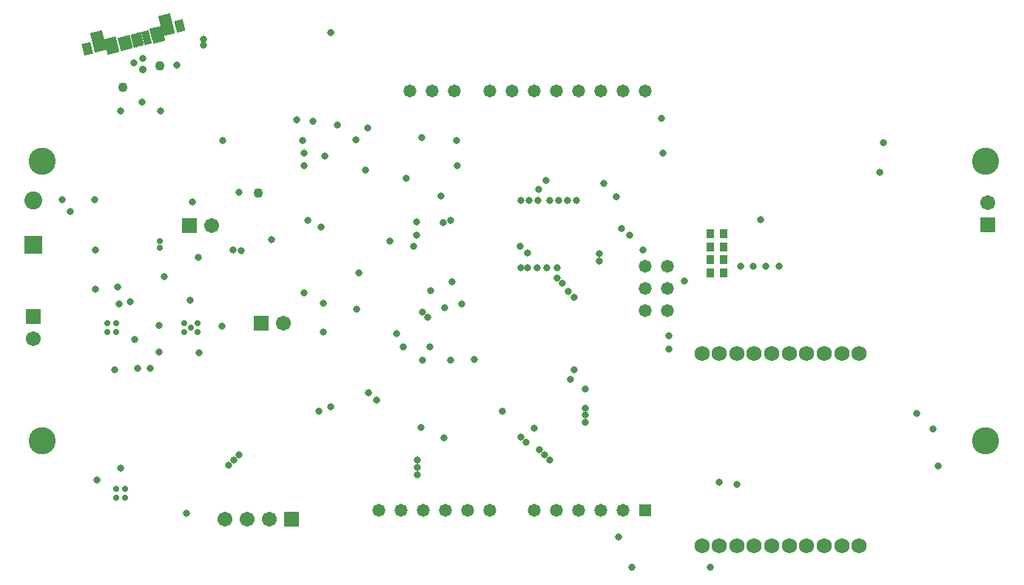
<source format=gbs>
%FSLAX44Y44*%
%MOMM*%
G71*
G01*
G75*
G04 Layer_Color=16711935*
%ADD10C,0.7620*%
G04:AMPARAMS|DCode=11|XSize=2mm|YSize=1.75mm|CornerRadius=0mm|HoleSize=0mm|Usage=FLASHONLY|Rotation=279.640|XOffset=0mm|YOffset=0mm|HoleType=Round|Shape=Rectangle|*
%AMROTATEDRECTD11*
4,1,4,-1.0301,0.8394,0.6952,1.1324,1.0301,-0.8394,-0.6952,-1.1324,-1.0301,0.8394,0.0*
%
%ADD11ROTATEDRECTD11*%

%ADD12R,2.3000X2.3000*%
%ADD13R,0.8000X0.9000*%
%ADD14O,1.7500X0.3000*%
%ADD15R,0.7000X0.9000*%
%ADD16R,0.9000X0.7000*%
%ADD17R,0.9000X0.8000*%
%ADD18R,0.4900X0.3000*%
%ADD19R,0.5200X0.3000*%
%ADD20R,1.7000X1.1000*%
%ADD21C,0.4000*%
%ADD22R,1.0000X1.0000*%
%ADD23R,0.7000X1.4000*%
%ADD24R,0.5500X0.9500*%
%ADD25O,0.2800X0.8500*%
%ADD26R,2.4000X1.6500*%
%ADD27R,0.7000X0.3000*%
%ADD28R,1.0000X1.6000*%
%ADD29R,0.4500X0.8500*%
%ADD30R,2.4000X1.5000*%
%ADD31R,0.8500X0.7000*%
%ADD32O,0.7000X2.0000*%
%ADD33O,1.3500X0.4500*%
%ADD34R,2.0000X0.4000*%
G04:AMPARAMS|DCode=35|XSize=1.524mm|YSize=2.8448mm|CornerRadius=0mm|HoleSize=0mm|Usage=FLASHONLY|Rotation=82.000|XOffset=0mm|YOffset=0mm|HoleType=Round|Shape=Rectangle|*
%AMROTATEDRECTD35*
4,1,4,1.3025,-0.9525,-1.5146,-0.5566,-1.3025,0.9525,1.5146,0.5566,1.3025,-0.9525,0.0*
%
%ADD35ROTATEDRECTD35*%

G04:AMPARAMS|DCode=36|XSize=1.524mm|YSize=2.8448mm|CornerRadius=0mm|HoleSize=0mm|Usage=FLASHONLY|Rotation=352.000|XOffset=0mm|YOffset=0mm|HoleType=Round|Shape=Rectangle|*
%AMROTATEDRECTD36*
4,1,4,-0.9525,-1.3025,-0.5566,1.5146,0.9525,1.3025,0.5566,-1.5146,-0.9525,-1.3025,0.0*
%
%ADD36ROTATEDRECTD36*%

%ADD37O,0.3000X1.7500*%
%ADD38R,0.2500X0.7000*%
%ADD39R,2.3800X1.6500*%
%ADD40R,0.3000X0.4900*%
%ADD41R,0.3000X0.5200*%
%ADD42C,0.1905*%
%ADD43C,0.4064*%
%ADD44C,0.5080*%
%ADD45C,0.2540*%
%ADD46C,0.3048*%
%ADD47C,0.2032*%
%ADD48C,0.6096*%
%ADD49C,1.0160*%
%ADD50C,0.3556*%
%ADD51C,1.2700*%
%ADD52R,0.7000X0.2800*%
%ADD53R,1.5000X1.5000*%
%ADD54C,1.5000*%
%ADD55C,1.8500*%
%ADD56R,1.8500X1.8500*%
%ADD57R,1.5000X1.5000*%
%ADD58C,1.2700*%
%ADD59R,1.2700X1.2700*%
%ADD60C,1.5240*%
%ADD61C,2.9000*%
%ADD62C,0.6350*%
%ADD63C,0.9000*%
%ADD64C,0.7000*%
%ADD65C,0.5000*%
%ADD66C,0.6350*%
G04:AMPARAMS|DCode=67|XSize=0.65mm|YSize=1.35mm|CornerRadius=0mm|HoleSize=0mm|Usage=FLASHONLY|Rotation=13.600|XOffset=0mm|YOffset=0mm|HoleType=Round|Shape=Rectangle|*
%AMROTATEDRECTD67*
4,1,4,-0.1572,-0.7325,-0.4746,0.5797,0.1572,0.7325,0.4746,-0.5797,-0.1572,-0.7325,0.0*
%
%ADD67ROTATEDRECTD67*%

G04:AMPARAMS|DCode=68|XSize=0.4mm|YSize=1.35mm|CornerRadius=0mm|HoleSize=0mm|Usage=FLASHONLY|Rotation=13.600|XOffset=0mm|YOffset=0mm|HoleType=Round|Shape=Rectangle|*
%AMROTATEDRECTD68*
4,1,4,-0.0357,-0.7031,-0.3531,0.6090,0.0357,0.7031,0.3531,-0.6090,-0.0357,-0.7031,0.0*
%
%ADD68ROTATEDRECTD68*%

G04:AMPARAMS|DCode=69|XSize=0.825mm|YSize=1.15mm|CornerRadius=0mm|HoleSize=0mm|Usage=FLASHONLY|Rotation=13.600|XOffset=0mm|YOffset=0mm|HoleType=Round|Shape=Rectangle|*
%AMROTATEDRECTD69*
4,1,4,-0.2657,-0.6559,-0.5361,0.4619,0.2657,0.6559,0.5361,-0.4619,-0.2657,-0.6559,0.0*
%
%ADD69ROTATEDRECTD69*%

G04:AMPARAMS|DCode=70|XSize=0.775mm|YSize=1.15mm|CornerRadius=0mm|HoleSize=0mm|Usage=FLASHONLY|Rotation=13.600|XOffset=0mm|YOffset=0mm|HoleType=Round|Shape=Rectangle|*
%AMROTATEDRECTD70*
4,1,4,-0.2414,-0.6500,-0.5118,0.4678,0.2414,0.6500,0.5118,-0.4678,-0.2414,-0.6500,0.0*
%
%ADD70ROTATEDRECTD70*%

G04:AMPARAMS|DCode=71|XSize=1.2mm|YSize=1.55mm|CornerRadius=0mm|HoleSize=0mm|Usage=FLASHONLY|Rotation=13.600|XOffset=0mm|YOffset=0mm|HoleType=Round|Shape=Rectangle|*
%AMROTATEDRECTD71*
4,1,4,-0.4009,-0.8943,-0.7654,0.6122,0.4009,0.8943,0.7654,-0.6122,-0.4009,-0.8943,0.0*
%
%ADD71ROTATEDRECTD71*%

G04:AMPARAMS|DCode=72|XSize=2.51mm|YSize=1mm|CornerRadius=0mm|HoleSize=0mm|Usage=FLASHONLY|Rotation=13.600|XOffset=0mm|YOffset=0mm|HoleType=Round|Shape=Rectangle|*
%AMROTATEDRECTD72*
4,1,4,-1.1022,-0.7811,-1.3374,0.1909,1.1022,0.7811,1.3374,-0.1909,-1.1022,-0.7811,0.0*
%
%ADD72ROTATEDRECTD72*%

G04:AMPARAMS|DCode=73|XSize=1.2mm|YSize=2.1mm|CornerRadius=0mm|HoleSize=0mm|Usage=FLASHONLY|Rotation=13.600|XOffset=0mm|YOffset=0mm|HoleType=Round|Shape=Rectangle|*
%AMROTATEDRECTD73*
4,1,4,-0.3363,-1.1617,-0.8301,0.8795,0.3363,1.1617,0.8301,-0.8795,-0.3363,-1.1617,0.0*
%
%ADD73ROTATEDRECTD73*%

%ADD74C,0.0000*%
%ADD75C,0.1000*%
%ADD76C,0.2500*%
%ADD77C,0.6000*%
%ADD78C,0.0127*%
%ADD79C,0.2000*%
%ADD80C,0.1500*%
%ADD81R,0.4572X1.7018*%
%ADD82R,0.5842X0.1651*%
%ADD83R,0.6502X0.1854*%
%ADD84R,1.0500X0.6800*%
%ADD85R,0.5000X0.2600*%
%ADD86R,0.8000X1.4000*%
%ADD87O,0.2300X0.8000*%
%ADD88R,0.6500X0.2500*%
%ADD89R,0.0000X0.6000*%
G04:AMPARAMS|DCode=90|XSize=2.2032mm|YSize=1.9532mm|CornerRadius=0mm|HoleSize=0mm|Usage=FLASHONLY|Rotation=279.640|XOffset=0mm|YOffset=0mm|HoleType=Round|Shape=Rectangle|*
%AMROTATEDRECTD90*
4,1,4,-1.1473,0.9225,0.7783,1.2496,1.1473,-0.9225,-0.7783,-1.2496,-1.1473,0.9225,0.0*
%
%ADD90ROTATEDRECTD90*%

%ADD91R,2.5032X2.5032*%
%ADD92R,1.0032X1.1032*%
%ADD93O,1.9532X0.5032*%
%ADD94R,0.9032X1.1032*%
%ADD95R,1.1032X0.9032*%
%ADD96R,1.1032X1.0032*%
%ADD97R,0.5900X0.4000*%
%ADD98R,0.6200X0.4000*%
%ADD99R,1.9032X1.3032*%
%ADD100C,0.6032*%
%ADD101R,0.9032X1.6032*%
%ADD102R,0.7532X1.1532*%
%ADD103O,0.4200X0.9900*%
%ADD104R,2.5400X1.7900*%
%ADD105R,0.8400X0.4400*%
%ADD106R,1.1400X1.7400*%
%ADD107R,0.6532X1.0532*%
%ADD108R,2.6032X1.7032*%
%ADD109R,1.0532X0.9032*%
%ADD110O,0.9032X2.2032*%
%ADD111O,1.5532X0.6532*%
%ADD112R,2.2032X0.6032*%
G04:AMPARAMS|DCode=113|XSize=1.7272mm|YSize=3.048mm|CornerRadius=0mm|HoleSize=0mm|Usage=FLASHONLY|Rotation=82.000|XOffset=0mm|YOffset=0mm|HoleType=Round|Shape=Rectangle|*
%AMROTATEDRECTD113*
4,1,4,1.3890,-1.0673,-1.6294,-0.6431,-1.3890,1.0673,1.6294,0.6431,1.3890,-1.0673,0.0*
%
%ADD113ROTATEDRECTD113*%

G04:AMPARAMS|DCode=114|XSize=1.7272mm|YSize=3.048mm|CornerRadius=0mm|HoleSize=0mm|Usage=FLASHONLY|Rotation=352.000|XOffset=0mm|YOffset=0mm|HoleType=Round|Shape=Rectangle|*
%AMROTATEDRECTD114*
4,1,4,-1.0673,-1.3890,-0.6431,1.6294,1.0673,1.3890,0.6431,-1.6294,-1.0673,-1.3890,0.0*
%
%ADD114ROTATEDRECTD114*%

%ADD115O,0.5032X1.9532*%
%ADD116R,0.4532X0.9032*%
%ADD117R,2.5832X1.8532*%
%ADD118R,0.4000X0.5900*%
%ADD119R,0.4000X0.6200*%
%ADD120R,0.9032X0.4832*%
%ADD121R,1.7032X1.7032*%
%ADD122C,1.7032*%
%ADD123C,2.0532*%
%ADD124R,2.0532X2.0532*%
%ADD125R,1.7032X1.7032*%
%ADD126C,1.4732*%
%ADD127R,1.4732X1.4732*%
%ADD128C,1.7272*%
%ADD129C,3.1032*%
%ADD130C,0.8382*%
%ADD131C,1.1032*%
%ADD132C,0.9032*%
%ADD133C,0.7032*%
G04:AMPARAMS|DCode=134|XSize=0.8532mm|YSize=1.5532mm|CornerRadius=0mm|HoleSize=0mm|Usage=FLASHONLY|Rotation=13.600|XOffset=0mm|YOffset=0mm|HoleType=Round|Shape=Rectangle|*
%AMROTATEDRECTD134*
4,1,4,-0.2320,-0.8551,-0.5972,0.6545,0.2320,0.8551,0.5972,-0.6545,-0.2320,-0.8551,0.0*
%
%ADD134ROTATEDRECTD134*%

G04:AMPARAMS|DCode=135|XSize=0.6032mm|YSize=1.5532mm|CornerRadius=0mm|HoleSize=0mm|Usage=FLASHONLY|Rotation=13.600|XOffset=0mm|YOffset=0mm|HoleType=Round|Shape=Rectangle|*
%AMROTATEDRECTD135*
4,1,4,-0.1105,-0.8257,-0.4758,0.6839,0.1105,0.8257,0.4758,-0.6839,-0.1105,-0.8257,0.0*
%
%ADD135ROTATEDRECTD135*%

G04:AMPARAMS|DCode=136|XSize=1.0282mm|YSize=1.3532mm|CornerRadius=0mm|HoleSize=0mm|Usage=FLASHONLY|Rotation=13.600|XOffset=0mm|YOffset=0mm|HoleType=Round|Shape=Rectangle|*
%AMROTATEDRECTD136*
4,1,4,-0.3406,-0.7785,-0.6588,0.5367,0.3406,0.7785,0.6588,-0.5367,-0.3406,-0.7785,0.0*
%
%ADD136ROTATEDRECTD136*%

G04:AMPARAMS|DCode=137|XSize=0.9782mm|YSize=1.3532mm|CornerRadius=0mm|HoleSize=0mm|Usage=FLASHONLY|Rotation=13.600|XOffset=0mm|YOffset=0mm|HoleType=Round|Shape=Rectangle|*
%AMROTATEDRECTD137*
4,1,4,-0.3163,-0.7726,-0.6345,0.5426,0.3163,0.7726,0.6345,-0.5426,-0.3163,-0.7726,0.0*
%
%ADD137ROTATEDRECTD137*%

G04:AMPARAMS|DCode=138|XSize=1.4032mm|YSize=1.7532mm|CornerRadius=0mm|HoleSize=0mm|Usage=FLASHONLY|Rotation=13.600|XOffset=0mm|YOffset=0mm|HoleType=Round|Shape=Rectangle|*
%AMROTATEDRECTD138*
4,1,4,-0.4758,-1.0170,-0.8881,0.6870,0.4758,1.0170,0.8881,-0.6870,-0.4758,-1.0170,0.0*
%
%ADD138ROTATEDRECTD138*%

G04:AMPARAMS|DCode=139|XSize=2.7132mm|YSize=1.2032mm|CornerRadius=0mm|HoleSize=0mm|Usage=FLASHONLY|Rotation=13.600|XOffset=0mm|YOffset=0mm|HoleType=Round|Shape=Rectangle|*
%AMROTATEDRECTD139*
4,1,4,-1.1771,-0.9037,-1.4600,0.2657,1.1771,0.9037,1.4600,-0.2657,-1.1771,-0.9037,0.0*
%
%ADD139ROTATEDRECTD139*%

G04:AMPARAMS|DCode=140|XSize=1.4032mm|YSize=2.3032mm|CornerRadius=0mm|HoleSize=0mm|Usage=FLASHONLY|Rotation=13.600|XOffset=0mm|YOffset=0mm|HoleType=Round|Shape=Rectangle|*
%AMROTATEDRECTD140*
4,1,4,-0.4111,-1.2843,-0.9527,0.9543,0.4111,1.2843,0.9527,-0.9543,-0.4111,-1.2843,0.0*
%
%ADD140ROTATEDRECTD140*%

D94*
X225000Y47072D02*
D03*
X240000D02*
D03*
X225000Y32072D02*
D03*
X240000D02*
D03*
X225000Y62072D02*
D03*
X240000D02*
D03*
X225000Y77072D02*
D03*
X240000D02*
D03*
D121*
X-371094Y86614D02*
D03*
X-255000Y-250000D02*
D03*
X-289600Y-25428D02*
D03*
D122*
X-345694Y86614D02*
D03*
X-550000Y-43128D02*
D03*
X-331200Y-250000D02*
D03*
X-305800D02*
D03*
X-280400D02*
D03*
X542500Y112900D02*
D03*
X-264200Y-25428D02*
D03*
D123*
X-550000Y114972D02*
D03*
D124*
Y64172D02*
D03*
D125*
Y-17728D02*
D03*
X542500Y87500D02*
D03*
D126*
X-154305Y-240030D02*
D03*
X-128905D02*
D03*
X-103505D02*
D03*
X175895Y39370D02*
D03*
Y13970D02*
D03*
Y-11430D02*
D03*
X150495D02*
D03*
Y13970D02*
D03*
Y39370D02*
D03*
X-1905Y240030D02*
D03*
X-52705Y-240030D02*
D03*
X150495Y240030D02*
D03*
X125095Y-240030D02*
D03*
Y240030D02*
D03*
X99695Y-240030D02*
D03*
Y240030D02*
D03*
X74295Y-240030D02*
D03*
Y240030D02*
D03*
X48895Y-240030D02*
D03*
Y240030D02*
D03*
X23495Y-240030D02*
D03*
Y240030D02*
D03*
X-27305Y-240030D02*
D03*
Y240030D02*
D03*
X-78105Y-240030D02*
D03*
X-67945Y240030D02*
D03*
X-93345D02*
D03*
X-118745D02*
D03*
D127*
X150495Y-240030D02*
D03*
D128*
X235000Y-280000D02*
D03*
X215000D02*
D03*
X255000D02*
D03*
X275000D02*
D03*
X235000Y-60000D02*
D03*
X215000D02*
D03*
X295000Y-280000D02*
D03*
X255000Y-60000D02*
D03*
X275000D02*
D03*
X335000Y-280000D02*
D03*
X315000D02*
D03*
X395000D02*
D03*
X355000D02*
D03*
X375000D02*
D03*
X335000Y-60000D02*
D03*
X295000D02*
D03*
X315000D02*
D03*
X395000D02*
D03*
X355000D02*
D03*
X375000D02*
D03*
D129*
X540000Y-160000D02*
D03*
Y160000D02*
D03*
X-540000Y-160000D02*
D03*
Y160000D02*
D03*
D130*
X-321056Y58420D02*
D03*
X-312500Y57500D02*
D03*
X-210000Y307500D02*
D03*
X-177500Y32500D02*
D03*
X-355000Y300000D02*
D03*
Y292500D02*
D03*
X-479806Y116078D02*
D03*
X-435000Y272500D02*
D03*
X-220308Y85000D02*
D03*
X-277500Y70000D02*
D03*
X-425000Y277500D02*
D03*
X-404340Y217452D02*
D03*
X-425676Y227612D02*
D03*
X-314960Y124460D02*
D03*
X177500Y-55000D02*
D03*
Y-40000D02*
D03*
X195000Y22500D02*
D03*
X303022Y39572D02*
D03*
X120000Y-270000D02*
D03*
X135000Y-305000D02*
D03*
X255000Y-210000D02*
D03*
X235000Y-207688D02*
D03*
X-478536Y13216D02*
D03*
X-516636Y116078D02*
D03*
X-479298Y58674D02*
D03*
X-453390Y16256D02*
D03*
X-361188Y49784D02*
D03*
X-370332Y1016D02*
D03*
X-248412Y207518D02*
D03*
X-167386Y198120D02*
D03*
X-180848Y184658D02*
D03*
X-240538Y169418D02*
D03*
X-229870Y205740D02*
D03*
X-333502Y183642D02*
D03*
X-241808D02*
D03*
X-400050Y27686D02*
D03*
X-239776Y154940D02*
D03*
X-216408Y166116D02*
D03*
X-179832Y-9652D02*
D03*
X-142240Y68580D02*
D03*
X-72136Y91948D02*
D03*
X-81280Y90043D02*
D03*
X-386052Y270284D02*
D03*
X-450060Y217452D02*
D03*
X-508000Y102108D02*
D03*
X-105664Y187452D02*
D03*
X225000Y-305000D02*
D03*
X-374904Y-243332D02*
D03*
X-202184Y201676D02*
D03*
X485512Y-188468D02*
D03*
X-477520Y-204724D02*
D03*
X-450088Y-191516D02*
D03*
X-406400Y-27940D02*
D03*
X-334264Y-28956D02*
D03*
X-430784Y-76708D02*
D03*
X-218440Y-2540D02*
D03*
X-45720Y-66548D02*
D03*
X-13208Y-126492D02*
D03*
X-106680Y-144780D02*
D03*
X-80264Y-156972D02*
D03*
X-72136Y-67564D02*
D03*
X-218064Y-35428D02*
D03*
X-95504Y11684D02*
D03*
X-367792Y113284D02*
D03*
X-438912Y-508D02*
D03*
X170688Y169164D02*
D03*
X168656Y208788D02*
D03*
X-169672Y149860D02*
D03*
X-122936Y140716D02*
D03*
X-83312Y120396D02*
D03*
X-111760Y75692D02*
D03*
Y90932D02*
D03*
X-65024Y154940D02*
D03*
X-66040Y183388D02*
D03*
X-235712Y91948D02*
D03*
X479416Y-146812D02*
D03*
X461128Y-128524D02*
D03*
X26416Y38100D02*
D03*
X27432Y115316D02*
D03*
X132080Y75692D02*
D03*
X116840Y119380D02*
D03*
X102616Y134620D02*
D03*
X-320887Y-182203D02*
D03*
X-326814Y-188130D02*
D03*
X-314960Y-176276D02*
D03*
X81280Y-122428D02*
D03*
X28786Y-170518D02*
D03*
X-452120Y-3556D02*
D03*
X-457200Y-78740D02*
D03*
X81280Y-139192D02*
D03*
X40640Y-182372D02*
D03*
X-434340Y-43688D02*
D03*
X-416560Y-76708D02*
D03*
X81280Y-130810D02*
D03*
X34713Y-176445D02*
D03*
X-110744Y-182038D02*
D03*
Y-198802D02*
D03*
Y-190420D02*
D03*
X65024Y-89916D02*
D03*
X68739Y-79089D02*
D03*
X81280Y-101092D02*
D03*
X71120Y115316D02*
D03*
X60960D02*
D03*
X-79248Y-7620D02*
D03*
X-114808Y62484D02*
D03*
X122936Y82804D02*
D03*
X97536Y53975D02*
D03*
Y45593D02*
D03*
X282448Y92964D02*
D03*
X147320Y58420D02*
D03*
X14055Y-161883D02*
D03*
X28448Y127508D02*
D03*
X8128Y-155956D02*
D03*
X36576Y137668D02*
D03*
X68739Y3905D02*
D03*
X61976Y10668D02*
D03*
X50800Y115316D02*
D03*
X40640D02*
D03*
X15875Y38100D02*
D03*
X15875Y55372D02*
D03*
X7493Y115316D02*
D03*
X-239776Y9652D02*
D03*
X-104648Y-67564D02*
D03*
X-96520Y-52324D02*
D03*
X-71120Y21844D02*
D03*
X-59944Y-3556D02*
D03*
X23368Y-145796D02*
D03*
X7112Y62484D02*
D03*
X7493Y38100D02*
D03*
X-104807Y-12541D02*
D03*
X-209296Y-121412D02*
D03*
X-98880Y-18468D02*
D03*
X-223520Y-126492D02*
D03*
X55611Y20080D02*
D03*
X49685Y26007D02*
D03*
X37831Y37861D02*
D03*
X49784Y38100D02*
D03*
X288489Y39572D02*
D03*
X259426D02*
D03*
X273958D02*
D03*
X-406400Y-58420D02*
D03*
X-134112Y-37084D02*
D03*
X-127000Y-52324D02*
D03*
X-166624Y-105156D02*
D03*
X-157480Y-113284D02*
D03*
X418432Y147132D02*
D03*
X422483Y181183D02*
D03*
X-360172Y-58928D02*
D03*
X17526Y114808D02*
D03*
D131*
X-292862Y123190D02*
D03*
X-405356Y269268D02*
D03*
X-448028Y244884D02*
D03*
D132*
X-424999Y265000D02*
D03*
D133*
X-377500Y-35428D02*
D03*
Y-25428D02*
D03*
X-362500Y-35428D02*
D03*
X-370000Y-30428D02*
D03*
X-362500Y-25428D02*
D03*
X-405000Y60572D02*
D03*
Y68572D02*
D03*
X-455000Y-215428D02*
D03*
Y-225428D02*
D03*
X-445000D02*
D03*
Y-215428D02*
D03*
X-465000Y-25428D02*
D03*
Y-35428D02*
D03*
X-455000D02*
D03*
Y-25428D02*
D03*
D134*
X-448026Y294581D02*
D03*
X-420325Y301283D02*
D03*
D135*
X-440494Y296404D02*
D03*
X-434176Y297932D02*
D03*
X-427858Y299461D02*
D03*
D136*
X-488480Y289031D02*
D03*
D137*
X-382110Y315022D02*
D03*
D138*
X-408137Y305124D02*
D03*
X-460622Y292426D02*
D03*
D139*
X-402417Y309337D02*
D03*
X-467635Y293559D02*
D03*
D140*
X-397345Y316223D02*
D03*
X-475295Y297365D02*
D03*
M02*

</source>
